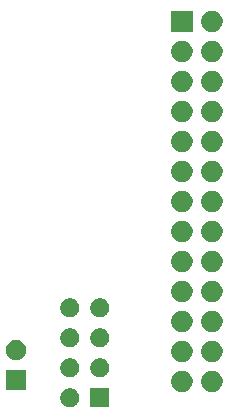
<source format=gbr>
G04 #@! TF.GenerationSoftware,KiCad,Pcbnew,(5.1.5-0-10_14)*
G04 #@! TF.CreationDate,2020-05-04T22:30:03+03:00*
G04 #@! TF.ProjectId,PiGate,50694761-7465-42e6-9b69-6361645f7063,rev?*
G04 #@! TF.SameCoordinates,Original*
G04 #@! TF.FileFunction,Soldermask,Bot*
G04 #@! TF.FilePolarity,Negative*
%FSLAX46Y46*%
G04 Gerber Fmt 4.6, Leading zero omitted, Abs format (unit mm)*
G04 Created by KiCad (PCBNEW (5.1.5-0-10_14)) date 2020-05-04 22:30:03*
%MOMM*%
%LPD*%
G04 APERTURE LIST*
%ADD10C,0.100000*%
G04 APERTURE END LIST*
D10*
G36*
X121717000Y-86233200D02*
G01*
X120091000Y-86233200D01*
X120091000Y-84607200D01*
X121717000Y-84607200D01*
X121717000Y-86233200D01*
G37*
G36*
X118601142Y-84638442D02*
G01*
X118749101Y-84699729D01*
X118882255Y-84788699D01*
X118995501Y-84901945D01*
X119084471Y-85035099D01*
X119145758Y-85183058D01*
X119177000Y-85340125D01*
X119177000Y-85500275D01*
X119145758Y-85657342D01*
X119084471Y-85805301D01*
X118995501Y-85938455D01*
X118882255Y-86051701D01*
X118749101Y-86140671D01*
X118601142Y-86201958D01*
X118444075Y-86233200D01*
X118283925Y-86233200D01*
X118126858Y-86201958D01*
X117978899Y-86140671D01*
X117845745Y-86051701D01*
X117732499Y-85938455D01*
X117643529Y-85805301D01*
X117582242Y-85657342D01*
X117551000Y-85500275D01*
X117551000Y-85340125D01*
X117582242Y-85183058D01*
X117643529Y-85035099D01*
X117732499Y-84901945D01*
X117845745Y-84788699D01*
X117978899Y-84699729D01*
X118126858Y-84638442D01*
X118283925Y-84607200D01*
X118444075Y-84607200D01*
X118601142Y-84638442D01*
G37*
G36*
X130508814Y-83133927D02*
G01*
X130658114Y-83163624D01*
X130822086Y-83231544D01*
X130969656Y-83330147D01*
X131095155Y-83455646D01*
X131193758Y-83603216D01*
X131261678Y-83767188D01*
X131296302Y-83941259D01*
X131296302Y-84118741D01*
X131261678Y-84292812D01*
X131193758Y-84456784D01*
X131095155Y-84604354D01*
X130969656Y-84729853D01*
X130822086Y-84828456D01*
X130658114Y-84896376D01*
X130508814Y-84926073D01*
X130484044Y-84931000D01*
X130306560Y-84931000D01*
X130281790Y-84926073D01*
X130132490Y-84896376D01*
X129968518Y-84828456D01*
X129820948Y-84729853D01*
X129695449Y-84604354D01*
X129596846Y-84456784D01*
X129528926Y-84292812D01*
X129494302Y-84118741D01*
X129494302Y-83941259D01*
X129528926Y-83767188D01*
X129596846Y-83603216D01*
X129695449Y-83455646D01*
X129820948Y-83330147D01*
X129968518Y-83231544D01*
X130132490Y-83163624D01*
X130281790Y-83133927D01*
X130306560Y-83129000D01*
X130484044Y-83129000D01*
X130508814Y-83133927D01*
G37*
G36*
X127968814Y-83133927D02*
G01*
X128118114Y-83163624D01*
X128282086Y-83231544D01*
X128429656Y-83330147D01*
X128555155Y-83455646D01*
X128653758Y-83603216D01*
X128721678Y-83767188D01*
X128756302Y-83941259D01*
X128756302Y-84118741D01*
X128721678Y-84292812D01*
X128653758Y-84456784D01*
X128555155Y-84604354D01*
X128429656Y-84729853D01*
X128282086Y-84828456D01*
X128118114Y-84896376D01*
X127968814Y-84926073D01*
X127944044Y-84931000D01*
X127766560Y-84931000D01*
X127741790Y-84926073D01*
X127592490Y-84896376D01*
X127428518Y-84828456D01*
X127280948Y-84729853D01*
X127155449Y-84604354D01*
X127056846Y-84456784D01*
X126988926Y-84292812D01*
X126954302Y-84118741D01*
X126954302Y-83941259D01*
X126988926Y-83767188D01*
X127056846Y-83603216D01*
X127155449Y-83455646D01*
X127280948Y-83330147D01*
X127428518Y-83231544D01*
X127592490Y-83163624D01*
X127741790Y-83133927D01*
X127766560Y-83129000D01*
X127944044Y-83129000D01*
X127968814Y-83133927D01*
G37*
G36*
X114668400Y-84721800D02*
G01*
X112966400Y-84721800D01*
X112966400Y-83019800D01*
X114668400Y-83019800D01*
X114668400Y-84721800D01*
G37*
G36*
X121141142Y-82098442D02*
G01*
X121289101Y-82159729D01*
X121422255Y-82248699D01*
X121535501Y-82361945D01*
X121624471Y-82495099D01*
X121685758Y-82643058D01*
X121717000Y-82800125D01*
X121717000Y-82960275D01*
X121685758Y-83117342D01*
X121624471Y-83265301D01*
X121535501Y-83398455D01*
X121422255Y-83511701D01*
X121289101Y-83600671D01*
X121141142Y-83661958D01*
X120984075Y-83693200D01*
X120823925Y-83693200D01*
X120666858Y-83661958D01*
X120518899Y-83600671D01*
X120385745Y-83511701D01*
X120272499Y-83398455D01*
X120183529Y-83265301D01*
X120122242Y-83117342D01*
X120091000Y-82960275D01*
X120091000Y-82800125D01*
X120122242Y-82643058D01*
X120183529Y-82495099D01*
X120272499Y-82361945D01*
X120385745Y-82248699D01*
X120518899Y-82159729D01*
X120666858Y-82098442D01*
X120823925Y-82067200D01*
X120984075Y-82067200D01*
X121141142Y-82098442D01*
G37*
G36*
X118601142Y-82098442D02*
G01*
X118749101Y-82159729D01*
X118882255Y-82248699D01*
X118995501Y-82361945D01*
X119084471Y-82495099D01*
X119145758Y-82643058D01*
X119177000Y-82800125D01*
X119177000Y-82960275D01*
X119145758Y-83117342D01*
X119084471Y-83265301D01*
X118995501Y-83398455D01*
X118882255Y-83511701D01*
X118749101Y-83600671D01*
X118601142Y-83661958D01*
X118444075Y-83693200D01*
X118283925Y-83693200D01*
X118126858Y-83661958D01*
X117978899Y-83600671D01*
X117845745Y-83511701D01*
X117732499Y-83398455D01*
X117643529Y-83265301D01*
X117582242Y-83117342D01*
X117551000Y-82960275D01*
X117551000Y-82800125D01*
X117582242Y-82643058D01*
X117643529Y-82495099D01*
X117732499Y-82361945D01*
X117845745Y-82248699D01*
X117978899Y-82159729D01*
X118126858Y-82098442D01*
X118283925Y-82067200D01*
X118444075Y-82067200D01*
X118601142Y-82098442D01*
G37*
G36*
X130508814Y-80593927D02*
G01*
X130658114Y-80623624D01*
X130822086Y-80691544D01*
X130969656Y-80790147D01*
X131095155Y-80915646D01*
X131193758Y-81063216D01*
X131261678Y-81227188D01*
X131296302Y-81401259D01*
X131296302Y-81578741D01*
X131261678Y-81752812D01*
X131193758Y-81916784D01*
X131095155Y-82064354D01*
X130969656Y-82189853D01*
X130822086Y-82288456D01*
X130658114Y-82356376D01*
X130508814Y-82386073D01*
X130484044Y-82391000D01*
X130306560Y-82391000D01*
X130281790Y-82386073D01*
X130132490Y-82356376D01*
X129968518Y-82288456D01*
X129820948Y-82189853D01*
X129695449Y-82064354D01*
X129596846Y-81916784D01*
X129528926Y-81752812D01*
X129494302Y-81578741D01*
X129494302Y-81401259D01*
X129528926Y-81227188D01*
X129596846Y-81063216D01*
X129695449Y-80915646D01*
X129820948Y-80790147D01*
X129968518Y-80691544D01*
X130132490Y-80623624D01*
X130281790Y-80593927D01*
X130306560Y-80589000D01*
X130484044Y-80589000D01*
X130508814Y-80593927D01*
G37*
G36*
X127968814Y-80593927D02*
G01*
X128118114Y-80623624D01*
X128282086Y-80691544D01*
X128429656Y-80790147D01*
X128555155Y-80915646D01*
X128653758Y-81063216D01*
X128721678Y-81227188D01*
X128756302Y-81401259D01*
X128756302Y-81578741D01*
X128721678Y-81752812D01*
X128653758Y-81916784D01*
X128555155Y-82064354D01*
X128429656Y-82189853D01*
X128282086Y-82288456D01*
X128118114Y-82356376D01*
X127968814Y-82386073D01*
X127944044Y-82391000D01*
X127766560Y-82391000D01*
X127741790Y-82386073D01*
X127592490Y-82356376D01*
X127428518Y-82288456D01*
X127280948Y-82189853D01*
X127155449Y-82064354D01*
X127056846Y-81916784D01*
X126988926Y-81752812D01*
X126954302Y-81578741D01*
X126954302Y-81401259D01*
X126988926Y-81227188D01*
X127056846Y-81063216D01*
X127155449Y-80915646D01*
X127280948Y-80790147D01*
X127428518Y-80691544D01*
X127592490Y-80623624D01*
X127741790Y-80593927D01*
X127766560Y-80589000D01*
X127944044Y-80589000D01*
X127968814Y-80593927D01*
G37*
G36*
X114065628Y-80552503D02*
G01*
X114220500Y-80616653D01*
X114359881Y-80709785D01*
X114478415Y-80828319D01*
X114571547Y-80967700D01*
X114635697Y-81122572D01*
X114668400Y-81286984D01*
X114668400Y-81454616D01*
X114635697Y-81619028D01*
X114571547Y-81773900D01*
X114478415Y-81913281D01*
X114359881Y-82031815D01*
X114220500Y-82124947D01*
X114065628Y-82189097D01*
X113901216Y-82221800D01*
X113733584Y-82221800D01*
X113569172Y-82189097D01*
X113414300Y-82124947D01*
X113274919Y-82031815D01*
X113156385Y-81913281D01*
X113063253Y-81773900D01*
X112999103Y-81619028D01*
X112966400Y-81454616D01*
X112966400Y-81286984D01*
X112999103Y-81122572D01*
X113063253Y-80967700D01*
X113156385Y-80828319D01*
X113274919Y-80709785D01*
X113414300Y-80616653D01*
X113569172Y-80552503D01*
X113733584Y-80519800D01*
X113901216Y-80519800D01*
X114065628Y-80552503D01*
G37*
G36*
X118601142Y-79558442D02*
G01*
X118749101Y-79619729D01*
X118882255Y-79708699D01*
X118995501Y-79821945D01*
X119084471Y-79955099D01*
X119145758Y-80103058D01*
X119177000Y-80260125D01*
X119177000Y-80420275D01*
X119145758Y-80577342D01*
X119084471Y-80725301D01*
X118995501Y-80858455D01*
X118882255Y-80971701D01*
X118749101Y-81060671D01*
X118601142Y-81121958D01*
X118444075Y-81153200D01*
X118283925Y-81153200D01*
X118126858Y-81121958D01*
X117978899Y-81060671D01*
X117845745Y-80971701D01*
X117732499Y-80858455D01*
X117643529Y-80725301D01*
X117582242Y-80577342D01*
X117551000Y-80420275D01*
X117551000Y-80260125D01*
X117582242Y-80103058D01*
X117643529Y-79955099D01*
X117732499Y-79821945D01*
X117845745Y-79708699D01*
X117978899Y-79619729D01*
X118126858Y-79558442D01*
X118283925Y-79527200D01*
X118444075Y-79527200D01*
X118601142Y-79558442D01*
G37*
G36*
X121141142Y-79558442D02*
G01*
X121289101Y-79619729D01*
X121422255Y-79708699D01*
X121535501Y-79821945D01*
X121624471Y-79955099D01*
X121685758Y-80103058D01*
X121717000Y-80260125D01*
X121717000Y-80420275D01*
X121685758Y-80577342D01*
X121624471Y-80725301D01*
X121535501Y-80858455D01*
X121422255Y-80971701D01*
X121289101Y-81060671D01*
X121141142Y-81121958D01*
X120984075Y-81153200D01*
X120823925Y-81153200D01*
X120666858Y-81121958D01*
X120518899Y-81060671D01*
X120385745Y-80971701D01*
X120272499Y-80858455D01*
X120183529Y-80725301D01*
X120122242Y-80577342D01*
X120091000Y-80420275D01*
X120091000Y-80260125D01*
X120122242Y-80103058D01*
X120183529Y-79955099D01*
X120272499Y-79821945D01*
X120385745Y-79708699D01*
X120518899Y-79619729D01*
X120666858Y-79558442D01*
X120823925Y-79527200D01*
X120984075Y-79527200D01*
X121141142Y-79558442D01*
G37*
G36*
X127968814Y-78053927D02*
G01*
X128118114Y-78083624D01*
X128282086Y-78151544D01*
X128429656Y-78250147D01*
X128555155Y-78375646D01*
X128653758Y-78523216D01*
X128721678Y-78687188D01*
X128756302Y-78861259D01*
X128756302Y-79038741D01*
X128721678Y-79212812D01*
X128653758Y-79376784D01*
X128555155Y-79524354D01*
X128429656Y-79649853D01*
X128282086Y-79748456D01*
X128118114Y-79816376D01*
X127968814Y-79846073D01*
X127944044Y-79851000D01*
X127766560Y-79851000D01*
X127741790Y-79846073D01*
X127592490Y-79816376D01*
X127428518Y-79748456D01*
X127280948Y-79649853D01*
X127155449Y-79524354D01*
X127056846Y-79376784D01*
X126988926Y-79212812D01*
X126954302Y-79038741D01*
X126954302Y-78861259D01*
X126988926Y-78687188D01*
X127056846Y-78523216D01*
X127155449Y-78375646D01*
X127280948Y-78250147D01*
X127428518Y-78151544D01*
X127592490Y-78083624D01*
X127741790Y-78053927D01*
X127766560Y-78049000D01*
X127944044Y-78049000D01*
X127968814Y-78053927D01*
G37*
G36*
X130508814Y-78053927D02*
G01*
X130658114Y-78083624D01*
X130822086Y-78151544D01*
X130969656Y-78250147D01*
X131095155Y-78375646D01*
X131193758Y-78523216D01*
X131261678Y-78687188D01*
X131296302Y-78861259D01*
X131296302Y-79038741D01*
X131261678Y-79212812D01*
X131193758Y-79376784D01*
X131095155Y-79524354D01*
X130969656Y-79649853D01*
X130822086Y-79748456D01*
X130658114Y-79816376D01*
X130508814Y-79846073D01*
X130484044Y-79851000D01*
X130306560Y-79851000D01*
X130281790Y-79846073D01*
X130132490Y-79816376D01*
X129968518Y-79748456D01*
X129820948Y-79649853D01*
X129695449Y-79524354D01*
X129596846Y-79376784D01*
X129528926Y-79212812D01*
X129494302Y-79038741D01*
X129494302Y-78861259D01*
X129528926Y-78687188D01*
X129596846Y-78523216D01*
X129695449Y-78375646D01*
X129820948Y-78250147D01*
X129968518Y-78151544D01*
X130132490Y-78083624D01*
X130281790Y-78053927D01*
X130306560Y-78049000D01*
X130484044Y-78049000D01*
X130508814Y-78053927D01*
G37*
G36*
X121141142Y-77018442D02*
G01*
X121289101Y-77079729D01*
X121422255Y-77168699D01*
X121535501Y-77281945D01*
X121624471Y-77415099D01*
X121685758Y-77563058D01*
X121717000Y-77720125D01*
X121717000Y-77880275D01*
X121685758Y-78037342D01*
X121624471Y-78185301D01*
X121535501Y-78318455D01*
X121422255Y-78431701D01*
X121289101Y-78520671D01*
X121141142Y-78581958D01*
X120984075Y-78613200D01*
X120823925Y-78613200D01*
X120666858Y-78581958D01*
X120518899Y-78520671D01*
X120385745Y-78431701D01*
X120272499Y-78318455D01*
X120183529Y-78185301D01*
X120122242Y-78037342D01*
X120091000Y-77880275D01*
X120091000Y-77720125D01*
X120122242Y-77563058D01*
X120183529Y-77415099D01*
X120272499Y-77281945D01*
X120385745Y-77168699D01*
X120518899Y-77079729D01*
X120666858Y-77018442D01*
X120823925Y-76987200D01*
X120984075Y-76987200D01*
X121141142Y-77018442D01*
G37*
G36*
X118601142Y-77018442D02*
G01*
X118749101Y-77079729D01*
X118882255Y-77168699D01*
X118995501Y-77281945D01*
X119084471Y-77415099D01*
X119145758Y-77563058D01*
X119177000Y-77720125D01*
X119177000Y-77880275D01*
X119145758Y-78037342D01*
X119084471Y-78185301D01*
X118995501Y-78318455D01*
X118882255Y-78431701D01*
X118749101Y-78520671D01*
X118601142Y-78581958D01*
X118444075Y-78613200D01*
X118283925Y-78613200D01*
X118126858Y-78581958D01*
X117978899Y-78520671D01*
X117845745Y-78431701D01*
X117732499Y-78318455D01*
X117643529Y-78185301D01*
X117582242Y-78037342D01*
X117551000Y-77880275D01*
X117551000Y-77720125D01*
X117582242Y-77563058D01*
X117643529Y-77415099D01*
X117732499Y-77281945D01*
X117845745Y-77168699D01*
X117978899Y-77079729D01*
X118126858Y-77018442D01*
X118283925Y-76987200D01*
X118444075Y-76987200D01*
X118601142Y-77018442D01*
G37*
G36*
X130508814Y-75513927D02*
G01*
X130658114Y-75543624D01*
X130822086Y-75611544D01*
X130969656Y-75710147D01*
X131095155Y-75835646D01*
X131193758Y-75983216D01*
X131261678Y-76147188D01*
X131296302Y-76321259D01*
X131296302Y-76498741D01*
X131261678Y-76672812D01*
X131193758Y-76836784D01*
X131095155Y-76984354D01*
X130969656Y-77109853D01*
X130822086Y-77208456D01*
X130658114Y-77276376D01*
X130508814Y-77306073D01*
X130484044Y-77311000D01*
X130306560Y-77311000D01*
X130281790Y-77306073D01*
X130132490Y-77276376D01*
X129968518Y-77208456D01*
X129820948Y-77109853D01*
X129695449Y-76984354D01*
X129596846Y-76836784D01*
X129528926Y-76672812D01*
X129494302Y-76498741D01*
X129494302Y-76321259D01*
X129528926Y-76147188D01*
X129596846Y-75983216D01*
X129695449Y-75835646D01*
X129820948Y-75710147D01*
X129968518Y-75611544D01*
X130132490Y-75543624D01*
X130281790Y-75513927D01*
X130306560Y-75509000D01*
X130484044Y-75509000D01*
X130508814Y-75513927D01*
G37*
G36*
X127968814Y-75513927D02*
G01*
X128118114Y-75543624D01*
X128282086Y-75611544D01*
X128429656Y-75710147D01*
X128555155Y-75835646D01*
X128653758Y-75983216D01*
X128721678Y-76147188D01*
X128756302Y-76321259D01*
X128756302Y-76498741D01*
X128721678Y-76672812D01*
X128653758Y-76836784D01*
X128555155Y-76984354D01*
X128429656Y-77109853D01*
X128282086Y-77208456D01*
X128118114Y-77276376D01*
X127968814Y-77306073D01*
X127944044Y-77311000D01*
X127766560Y-77311000D01*
X127741790Y-77306073D01*
X127592490Y-77276376D01*
X127428518Y-77208456D01*
X127280948Y-77109853D01*
X127155449Y-76984354D01*
X127056846Y-76836784D01*
X126988926Y-76672812D01*
X126954302Y-76498741D01*
X126954302Y-76321259D01*
X126988926Y-76147188D01*
X127056846Y-75983216D01*
X127155449Y-75835646D01*
X127280948Y-75710147D01*
X127428518Y-75611544D01*
X127592490Y-75543624D01*
X127741790Y-75513927D01*
X127766560Y-75509000D01*
X127944044Y-75509000D01*
X127968814Y-75513927D01*
G37*
G36*
X127968814Y-72973927D02*
G01*
X128118114Y-73003624D01*
X128282086Y-73071544D01*
X128429656Y-73170147D01*
X128555155Y-73295646D01*
X128653758Y-73443216D01*
X128721678Y-73607188D01*
X128756302Y-73781259D01*
X128756302Y-73958741D01*
X128721678Y-74132812D01*
X128653758Y-74296784D01*
X128555155Y-74444354D01*
X128429656Y-74569853D01*
X128282086Y-74668456D01*
X128118114Y-74736376D01*
X127968814Y-74766073D01*
X127944044Y-74771000D01*
X127766560Y-74771000D01*
X127741790Y-74766073D01*
X127592490Y-74736376D01*
X127428518Y-74668456D01*
X127280948Y-74569853D01*
X127155449Y-74444354D01*
X127056846Y-74296784D01*
X126988926Y-74132812D01*
X126954302Y-73958741D01*
X126954302Y-73781259D01*
X126988926Y-73607188D01*
X127056846Y-73443216D01*
X127155449Y-73295646D01*
X127280948Y-73170147D01*
X127428518Y-73071544D01*
X127592490Y-73003624D01*
X127741790Y-72973927D01*
X127766560Y-72969000D01*
X127944044Y-72969000D01*
X127968814Y-72973927D01*
G37*
G36*
X130508814Y-72973927D02*
G01*
X130658114Y-73003624D01*
X130822086Y-73071544D01*
X130969656Y-73170147D01*
X131095155Y-73295646D01*
X131193758Y-73443216D01*
X131261678Y-73607188D01*
X131296302Y-73781259D01*
X131296302Y-73958741D01*
X131261678Y-74132812D01*
X131193758Y-74296784D01*
X131095155Y-74444354D01*
X130969656Y-74569853D01*
X130822086Y-74668456D01*
X130658114Y-74736376D01*
X130508814Y-74766073D01*
X130484044Y-74771000D01*
X130306560Y-74771000D01*
X130281790Y-74766073D01*
X130132490Y-74736376D01*
X129968518Y-74668456D01*
X129820948Y-74569853D01*
X129695449Y-74444354D01*
X129596846Y-74296784D01*
X129528926Y-74132812D01*
X129494302Y-73958741D01*
X129494302Y-73781259D01*
X129528926Y-73607188D01*
X129596846Y-73443216D01*
X129695449Y-73295646D01*
X129820948Y-73170147D01*
X129968518Y-73071544D01*
X130132490Y-73003624D01*
X130281790Y-72973927D01*
X130306560Y-72969000D01*
X130484044Y-72969000D01*
X130508814Y-72973927D01*
G37*
G36*
X127968814Y-70433927D02*
G01*
X128118114Y-70463624D01*
X128282086Y-70531544D01*
X128429656Y-70630147D01*
X128555155Y-70755646D01*
X128653758Y-70903216D01*
X128721678Y-71067188D01*
X128756302Y-71241259D01*
X128756302Y-71418741D01*
X128721678Y-71592812D01*
X128653758Y-71756784D01*
X128555155Y-71904354D01*
X128429656Y-72029853D01*
X128282086Y-72128456D01*
X128118114Y-72196376D01*
X127968814Y-72226073D01*
X127944044Y-72231000D01*
X127766560Y-72231000D01*
X127741790Y-72226073D01*
X127592490Y-72196376D01*
X127428518Y-72128456D01*
X127280948Y-72029853D01*
X127155449Y-71904354D01*
X127056846Y-71756784D01*
X126988926Y-71592812D01*
X126954302Y-71418741D01*
X126954302Y-71241259D01*
X126988926Y-71067188D01*
X127056846Y-70903216D01*
X127155449Y-70755646D01*
X127280948Y-70630147D01*
X127428518Y-70531544D01*
X127592490Y-70463624D01*
X127741790Y-70433927D01*
X127766560Y-70429000D01*
X127944044Y-70429000D01*
X127968814Y-70433927D01*
G37*
G36*
X130508814Y-70433927D02*
G01*
X130658114Y-70463624D01*
X130822086Y-70531544D01*
X130969656Y-70630147D01*
X131095155Y-70755646D01*
X131193758Y-70903216D01*
X131261678Y-71067188D01*
X131296302Y-71241259D01*
X131296302Y-71418741D01*
X131261678Y-71592812D01*
X131193758Y-71756784D01*
X131095155Y-71904354D01*
X130969656Y-72029853D01*
X130822086Y-72128456D01*
X130658114Y-72196376D01*
X130508814Y-72226073D01*
X130484044Y-72231000D01*
X130306560Y-72231000D01*
X130281790Y-72226073D01*
X130132490Y-72196376D01*
X129968518Y-72128456D01*
X129820948Y-72029853D01*
X129695449Y-71904354D01*
X129596846Y-71756784D01*
X129528926Y-71592812D01*
X129494302Y-71418741D01*
X129494302Y-71241259D01*
X129528926Y-71067188D01*
X129596846Y-70903216D01*
X129695449Y-70755646D01*
X129820948Y-70630147D01*
X129968518Y-70531544D01*
X130132490Y-70463624D01*
X130281790Y-70433927D01*
X130306560Y-70429000D01*
X130484044Y-70429000D01*
X130508814Y-70433927D01*
G37*
G36*
X130508814Y-67893927D02*
G01*
X130658114Y-67923624D01*
X130822086Y-67991544D01*
X130969656Y-68090147D01*
X131095155Y-68215646D01*
X131193758Y-68363216D01*
X131261678Y-68527188D01*
X131296302Y-68701259D01*
X131296302Y-68878741D01*
X131261678Y-69052812D01*
X131193758Y-69216784D01*
X131095155Y-69364354D01*
X130969656Y-69489853D01*
X130822086Y-69588456D01*
X130658114Y-69656376D01*
X130508814Y-69686073D01*
X130484044Y-69691000D01*
X130306560Y-69691000D01*
X130281790Y-69686073D01*
X130132490Y-69656376D01*
X129968518Y-69588456D01*
X129820948Y-69489853D01*
X129695449Y-69364354D01*
X129596846Y-69216784D01*
X129528926Y-69052812D01*
X129494302Y-68878741D01*
X129494302Y-68701259D01*
X129528926Y-68527188D01*
X129596846Y-68363216D01*
X129695449Y-68215646D01*
X129820948Y-68090147D01*
X129968518Y-67991544D01*
X130132490Y-67923624D01*
X130281790Y-67893927D01*
X130306560Y-67889000D01*
X130484044Y-67889000D01*
X130508814Y-67893927D01*
G37*
G36*
X127968814Y-67893927D02*
G01*
X128118114Y-67923624D01*
X128282086Y-67991544D01*
X128429656Y-68090147D01*
X128555155Y-68215646D01*
X128653758Y-68363216D01*
X128721678Y-68527188D01*
X128756302Y-68701259D01*
X128756302Y-68878741D01*
X128721678Y-69052812D01*
X128653758Y-69216784D01*
X128555155Y-69364354D01*
X128429656Y-69489853D01*
X128282086Y-69588456D01*
X128118114Y-69656376D01*
X127968814Y-69686073D01*
X127944044Y-69691000D01*
X127766560Y-69691000D01*
X127741790Y-69686073D01*
X127592490Y-69656376D01*
X127428518Y-69588456D01*
X127280948Y-69489853D01*
X127155449Y-69364354D01*
X127056846Y-69216784D01*
X126988926Y-69052812D01*
X126954302Y-68878741D01*
X126954302Y-68701259D01*
X126988926Y-68527188D01*
X127056846Y-68363216D01*
X127155449Y-68215646D01*
X127280948Y-68090147D01*
X127428518Y-67991544D01*
X127592490Y-67923624D01*
X127741790Y-67893927D01*
X127766560Y-67889000D01*
X127944044Y-67889000D01*
X127968814Y-67893927D01*
G37*
G36*
X130508814Y-65353927D02*
G01*
X130658114Y-65383624D01*
X130822086Y-65451544D01*
X130969656Y-65550147D01*
X131095155Y-65675646D01*
X131193758Y-65823216D01*
X131261678Y-65987188D01*
X131296302Y-66161259D01*
X131296302Y-66338741D01*
X131261678Y-66512812D01*
X131193758Y-66676784D01*
X131095155Y-66824354D01*
X130969656Y-66949853D01*
X130822086Y-67048456D01*
X130658114Y-67116376D01*
X130508814Y-67146073D01*
X130484044Y-67151000D01*
X130306560Y-67151000D01*
X130281790Y-67146073D01*
X130132490Y-67116376D01*
X129968518Y-67048456D01*
X129820948Y-66949853D01*
X129695449Y-66824354D01*
X129596846Y-66676784D01*
X129528926Y-66512812D01*
X129494302Y-66338741D01*
X129494302Y-66161259D01*
X129528926Y-65987188D01*
X129596846Y-65823216D01*
X129695449Y-65675646D01*
X129820948Y-65550147D01*
X129968518Y-65451544D01*
X130132490Y-65383624D01*
X130281790Y-65353927D01*
X130306560Y-65349000D01*
X130484044Y-65349000D01*
X130508814Y-65353927D01*
G37*
G36*
X127968814Y-65353927D02*
G01*
X128118114Y-65383624D01*
X128282086Y-65451544D01*
X128429656Y-65550147D01*
X128555155Y-65675646D01*
X128653758Y-65823216D01*
X128721678Y-65987188D01*
X128756302Y-66161259D01*
X128756302Y-66338741D01*
X128721678Y-66512812D01*
X128653758Y-66676784D01*
X128555155Y-66824354D01*
X128429656Y-66949853D01*
X128282086Y-67048456D01*
X128118114Y-67116376D01*
X127968814Y-67146073D01*
X127944044Y-67151000D01*
X127766560Y-67151000D01*
X127741790Y-67146073D01*
X127592490Y-67116376D01*
X127428518Y-67048456D01*
X127280948Y-66949853D01*
X127155449Y-66824354D01*
X127056846Y-66676784D01*
X126988926Y-66512812D01*
X126954302Y-66338741D01*
X126954302Y-66161259D01*
X126988926Y-65987188D01*
X127056846Y-65823216D01*
X127155449Y-65675646D01*
X127280948Y-65550147D01*
X127428518Y-65451544D01*
X127592490Y-65383624D01*
X127741790Y-65353927D01*
X127766560Y-65349000D01*
X127944044Y-65349000D01*
X127968814Y-65353927D01*
G37*
G36*
X130508814Y-62813927D02*
G01*
X130658114Y-62843624D01*
X130822086Y-62911544D01*
X130969656Y-63010147D01*
X131095155Y-63135646D01*
X131193758Y-63283216D01*
X131261678Y-63447188D01*
X131296302Y-63621259D01*
X131296302Y-63798741D01*
X131261678Y-63972812D01*
X131193758Y-64136784D01*
X131095155Y-64284354D01*
X130969656Y-64409853D01*
X130822086Y-64508456D01*
X130658114Y-64576376D01*
X130508814Y-64606073D01*
X130484044Y-64611000D01*
X130306560Y-64611000D01*
X130281790Y-64606073D01*
X130132490Y-64576376D01*
X129968518Y-64508456D01*
X129820948Y-64409853D01*
X129695449Y-64284354D01*
X129596846Y-64136784D01*
X129528926Y-63972812D01*
X129494302Y-63798741D01*
X129494302Y-63621259D01*
X129528926Y-63447188D01*
X129596846Y-63283216D01*
X129695449Y-63135646D01*
X129820948Y-63010147D01*
X129968518Y-62911544D01*
X130132490Y-62843624D01*
X130281790Y-62813927D01*
X130306560Y-62809000D01*
X130484044Y-62809000D01*
X130508814Y-62813927D01*
G37*
G36*
X127968814Y-62813927D02*
G01*
X128118114Y-62843624D01*
X128282086Y-62911544D01*
X128429656Y-63010147D01*
X128555155Y-63135646D01*
X128653758Y-63283216D01*
X128721678Y-63447188D01*
X128756302Y-63621259D01*
X128756302Y-63798741D01*
X128721678Y-63972812D01*
X128653758Y-64136784D01*
X128555155Y-64284354D01*
X128429656Y-64409853D01*
X128282086Y-64508456D01*
X128118114Y-64576376D01*
X127968814Y-64606073D01*
X127944044Y-64611000D01*
X127766560Y-64611000D01*
X127741790Y-64606073D01*
X127592490Y-64576376D01*
X127428518Y-64508456D01*
X127280948Y-64409853D01*
X127155449Y-64284354D01*
X127056846Y-64136784D01*
X126988926Y-63972812D01*
X126954302Y-63798741D01*
X126954302Y-63621259D01*
X126988926Y-63447188D01*
X127056846Y-63283216D01*
X127155449Y-63135646D01*
X127280948Y-63010147D01*
X127428518Y-62911544D01*
X127592490Y-62843624D01*
X127741790Y-62813927D01*
X127766560Y-62809000D01*
X127944044Y-62809000D01*
X127968814Y-62813927D01*
G37*
G36*
X130508814Y-60273927D02*
G01*
X130658114Y-60303624D01*
X130822086Y-60371544D01*
X130969656Y-60470147D01*
X131095155Y-60595646D01*
X131193758Y-60743216D01*
X131261678Y-60907188D01*
X131296302Y-61081259D01*
X131296302Y-61258741D01*
X131261678Y-61432812D01*
X131193758Y-61596784D01*
X131095155Y-61744354D01*
X130969656Y-61869853D01*
X130822086Y-61968456D01*
X130658114Y-62036376D01*
X130508814Y-62066073D01*
X130484044Y-62071000D01*
X130306560Y-62071000D01*
X130281790Y-62066073D01*
X130132490Y-62036376D01*
X129968518Y-61968456D01*
X129820948Y-61869853D01*
X129695449Y-61744354D01*
X129596846Y-61596784D01*
X129528926Y-61432812D01*
X129494302Y-61258741D01*
X129494302Y-61081259D01*
X129528926Y-60907188D01*
X129596846Y-60743216D01*
X129695449Y-60595646D01*
X129820948Y-60470147D01*
X129968518Y-60371544D01*
X130132490Y-60303624D01*
X130281790Y-60273927D01*
X130306560Y-60269000D01*
X130484044Y-60269000D01*
X130508814Y-60273927D01*
G37*
G36*
X127968814Y-60273927D02*
G01*
X128118114Y-60303624D01*
X128282086Y-60371544D01*
X128429656Y-60470147D01*
X128555155Y-60595646D01*
X128653758Y-60743216D01*
X128721678Y-60907188D01*
X128756302Y-61081259D01*
X128756302Y-61258741D01*
X128721678Y-61432812D01*
X128653758Y-61596784D01*
X128555155Y-61744354D01*
X128429656Y-61869853D01*
X128282086Y-61968456D01*
X128118114Y-62036376D01*
X127968814Y-62066073D01*
X127944044Y-62071000D01*
X127766560Y-62071000D01*
X127741790Y-62066073D01*
X127592490Y-62036376D01*
X127428518Y-61968456D01*
X127280948Y-61869853D01*
X127155449Y-61744354D01*
X127056846Y-61596784D01*
X126988926Y-61432812D01*
X126954302Y-61258741D01*
X126954302Y-61081259D01*
X126988926Y-60907188D01*
X127056846Y-60743216D01*
X127155449Y-60595646D01*
X127280948Y-60470147D01*
X127428518Y-60371544D01*
X127592490Y-60303624D01*
X127741790Y-60273927D01*
X127766560Y-60269000D01*
X127944044Y-60269000D01*
X127968814Y-60273927D01*
G37*
G36*
X127968814Y-57733927D02*
G01*
X128118114Y-57763624D01*
X128282086Y-57831544D01*
X128429656Y-57930147D01*
X128555155Y-58055646D01*
X128653758Y-58203216D01*
X128721678Y-58367188D01*
X128756302Y-58541259D01*
X128756302Y-58718741D01*
X128721678Y-58892812D01*
X128653758Y-59056784D01*
X128555155Y-59204354D01*
X128429656Y-59329853D01*
X128282086Y-59428456D01*
X128118114Y-59496376D01*
X127968814Y-59526073D01*
X127944044Y-59531000D01*
X127766560Y-59531000D01*
X127741790Y-59526073D01*
X127592490Y-59496376D01*
X127428518Y-59428456D01*
X127280948Y-59329853D01*
X127155449Y-59204354D01*
X127056846Y-59056784D01*
X126988926Y-58892812D01*
X126954302Y-58718741D01*
X126954302Y-58541259D01*
X126988926Y-58367188D01*
X127056846Y-58203216D01*
X127155449Y-58055646D01*
X127280948Y-57930147D01*
X127428518Y-57831544D01*
X127592490Y-57763624D01*
X127741790Y-57733927D01*
X127766560Y-57729000D01*
X127944044Y-57729000D01*
X127968814Y-57733927D01*
G37*
G36*
X130508814Y-57733927D02*
G01*
X130658114Y-57763624D01*
X130822086Y-57831544D01*
X130969656Y-57930147D01*
X131095155Y-58055646D01*
X131193758Y-58203216D01*
X131261678Y-58367188D01*
X131296302Y-58541259D01*
X131296302Y-58718741D01*
X131261678Y-58892812D01*
X131193758Y-59056784D01*
X131095155Y-59204354D01*
X130969656Y-59329853D01*
X130822086Y-59428456D01*
X130658114Y-59496376D01*
X130508814Y-59526073D01*
X130484044Y-59531000D01*
X130306560Y-59531000D01*
X130281790Y-59526073D01*
X130132490Y-59496376D01*
X129968518Y-59428456D01*
X129820948Y-59329853D01*
X129695449Y-59204354D01*
X129596846Y-59056784D01*
X129528926Y-58892812D01*
X129494302Y-58718741D01*
X129494302Y-58541259D01*
X129528926Y-58367188D01*
X129596846Y-58203216D01*
X129695449Y-58055646D01*
X129820948Y-57930147D01*
X129968518Y-57831544D01*
X130132490Y-57763624D01*
X130281790Y-57733927D01*
X130306560Y-57729000D01*
X130484044Y-57729000D01*
X130508814Y-57733927D01*
G37*
G36*
X130508814Y-55193927D02*
G01*
X130658114Y-55223624D01*
X130822086Y-55291544D01*
X130969656Y-55390147D01*
X131095155Y-55515646D01*
X131193758Y-55663216D01*
X131261678Y-55827188D01*
X131296302Y-56001259D01*
X131296302Y-56178741D01*
X131261678Y-56352812D01*
X131193758Y-56516784D01*
X131095155Y-56664354D01*
X130969656Y-56789853D01*
X130822086Y-56888456D01*
X130658114Y-56956376D01*
X130508814Y-56986073D01*
X130484044Y-56991000D01*
X130306560Y-56991000D01*
X130281790Y-56986073D01*
X130132490Y-56956376D01*
X129968518Y-56888456D01*
X129820948Y-56789853D01*
X129695449Y-56664354D01*
X129596846Y-56516784D01*
X129528926Y-56352812D01*
X129494302Y-56178741D01*
X129494302Y-56001259D01*
X129528926Y-55827188D01*
X129596846Y-55663216D01*
X129695449Y-55515646D01*
X129820948Y-55390147D01*
X129968518Y-55291544D01*
X130132490Y-55223624D01*
X130281790Y-55193927D01*
X130306560Y-55189000D01*
X130484044Y-55189000D01*
X130508814Y-55193927D01*
G37*
G36*
X127968814Y-55193927D02*
G01*
X128118114Y-55223624D01*
X128282086Y-55291544D01*
X128429656Y-55390147D01*
X128555155Y-55515646D01*
X128653758Y-55663216D01*
X128721678Y-55827188D01*
X128756302Y-56001259D01*
X128756302Y-56178741D01*
X128721678Y-56352812D01*
X128653758Y-56516784D01*
X128555155Y-56664354D01*
X128429656Y-56789853D01*
X128282086Y-56888456D01*
X128118114Y-56956376D01*
X127968814Y-56986073D01*
X127944044Y-56991000D01*
X127766560Y-56991000D01*
X127741790Y-56986073D01*
X127592490Y-56956376D01*
X127428518Y-56888456D01*
X127280948Y-56789853D01*
X127155449Y-56664354D01*
X127056846Y-56516784D01*
X126988926Y-56352812D01*
X126954302Y-56178741D01*
X126954302Y-56001259D01*
X126988926Y-55827188D01*
X127056846Y-55663216D01*
X127155449Y-55515646D01*
X127280948Y-55390147D01*
X127428518Y-55291544D01*
X127592490Y-55223624D01*
X127741790Y-55193927D01*
X127766560Y-55189000D01*
X127944044Y-55189000D01*
X127968814Y-55193927D01*
G37*
G36*
X128756302Y-54451000D02*
G01*
X126954302Y-54451000D01*
X126954302Y-52649000D01*
X128756302Y-52649000D01*
X128756302Y-54451000D01*
G37*
G36*
X130508814Y-52653927D02*
G01*
X130658114Y-52683624D01*
X130822086Y-52751544D01*
X130969656Y-52850147D01*
X131095155Y-52975646D01*
X131193758Y-53123216D01*
X131261678Y-53287188D01*
X131296302Y-53461259D01*
X131296302Y-53638741D01*
X131261678Y-53812812D01*
X131193758Y-53976784D01*
X131095155Y-54124354D01*
X130969656Y-54249853D01*
X130822086Y-54348456D01*
X130658114Y-54416376D01*
X130508814Y-54446073D01*
X130484044Y-54451000D01*
X130306560Y-54451000D01*
X130281790Y-54446073D01*
X130132490Y-54416376D01*
X129968518Y-54348456D01*
X129820948Y-54249853D01*
X129695449Y-54124354D01*
X129596846Y-53976784D01*
X129528926Y-53812812D01*
X129494302Y-53638741D01*
X129494302Y-53461259D01*
X129528926Y-53287188D01*
X129596846Y-53123216D01*
X129695449Y-52975646D01*
X129820948Y-52850147D01*
X129968518Y-52751544D01*
X130132490Y-52683624D01*
X130281790Y-52653927D01*
X130306560Y-52649000D01*
X130484044Y-52649000D01*
X130508814Y-52653927D01*
G37*
M02*

</source>
